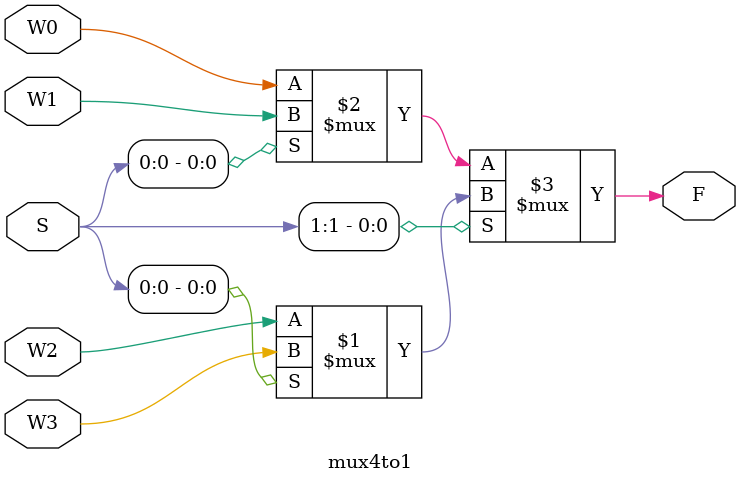
<source format=v>
module mux4to1(W0,W1,W2,W3,S,F);
input W0,W1,W2,W3;
input [1:0]S;
output F;
assign F=(S[1]?(S[0]?W3:W2):(S[0]?W1:W0));
endmodule
</source>
